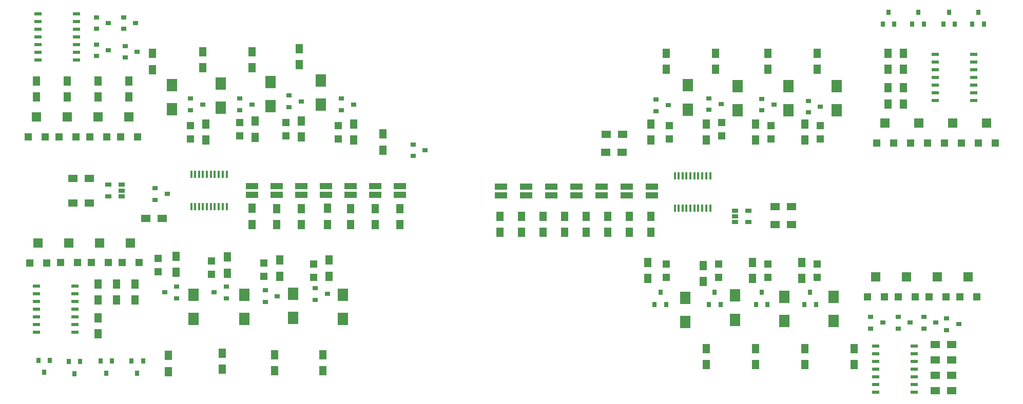
<source format=gbr>
G04 #@! TF.FileFunction,Paste,Top*
%FSLAX46Y46*%
G04 Gerber Fmt 4.6, Leading zero omitted, Abs format (unit mm)*
G04 Created by KiCad (PCBNEW 4.0.6-e0-6349~53~ubuntu16.04.1) date Mon Jul 24 21:10:43 2017*
%MOMM*%
%LPD*%
G01*
G04 APERTURE LIST*
%ADD10C,0.100000*%
%ADD11R,0.900000X0.800000*%
%ADD12R,1.200000X1.200000*%
%ADD13R,1.600000X1.500000*%
%ADD14R,1.300000X1.500000*%
%ADD15R,1.143000X0.508000*%
%ADD16R,2.000000X1.000000*%
%ADD17R,0.800000X0.900000*%
%ADD18R,1.500000X1.300000*%
%ADD19R,1.060000X0.650000*%
%ADD20R,0.406400X1.270000*%
%ADD21R,1.700000X2.000000*%
G04 APERTURE END LIST*
D10*
D11*
X182800000Y-74450000D03*
X182800000Y-76350000D03*
X184800000Y-75400000D03*
X117872000Y-105800000D03*
X117872000Y-107700000D03*
X119872000Y-106750000D03*
X214000000Y-110550000D03*
X214000000Y-112450000D03*
X216000000Y-111500000D03*
X86250000Y-61050000D03*
X86250000Y-62950000D03*
X88250000Y-62000000D03*
D12*
X70482000Y-80794000D03*
D13*
X71882000Y-77544000D03*
D12*
X73282000Y-80794000D03*
D14*
X87122000Y-74248000D03*
X87122000Y-71548000D03*
D12*
X80642000Y-80794000D03*
D13*
X82042000Y-77544000D03*
D12*
X83442000Y-80794000D03*
D14*
X71882000Y-74248000D03*
X71882000Y-71548000D03*
D12*
X85722000Y-80794000D03*
D13*
X87122000Y-77544000D03*
D12*
X88522000Y-80794000D03*
D14*
X76962000Y-74248000D03*
X76962000Y-71548000D03*
X82042000Y-74248000D03*
X82042000Y-71548000D03*
D12*
X75562000Y-80794000D03*
D13*
X76962000Y-77544000D03*
D12*
X78362000Y-80794000D03*
D11*
X81750000Y-61050000D03*
X81750000Y-62950000D03*
X83750000Y-62000000D03*
D15*
X72136000Y-60452000D03*
X72136000Y-61722000D03*
X72136000Y-62992000D03*
X72136000Y-64262000D03*
X72136000Y-65532000D03*
X72136000Y-66802000D03*
X72136000Y-68072000D03*
X78486000Y-68072000D03*
X78486000Y-66802000D03*
X78486000Y-64262000D03*
X78486000Y-62992000D03*
X78486000Y-61722000D03*
X78486000Y-60452000D03*
X78486000Y-65532000D03*
D11*
X81750000Y-65550000D03*
X81750000Y-67450000D03*
X83750000Y-66500000D03*
X86500000Y-65800000D03*
X86500000Y-67700000D03*
X88500000Y-66750000D03*
D14*
X115570000Y-80852000D03*
X115570000Y-78152000D03*
D12*
X113030000Y-80622000D03*
X113030000Y-78422000D03*
D11*
X113554000Y-73980000D03*
X113554000Y-75880000D03*
X115554000Y-74930000D03*
D14*
X99822000Y-81360000D03*
X99822000Y-78660000D03*
D11*
X97298000Y-74488000D03*
X97298000Y-76388000D03*
X99298000Y-75438000D03*
D12*
X97282000Y-81110000D03*
X97282000Y-78910000D03*
D11*
X122190000Y-74488000D03*
X122190000Y-76388000D03*
X124190000Y-75438000D03*
D14*
X124206000Y-81360000D03*
X124206000Y-78660000D03*
D12*
X121666000Y-81110000D03*
X121666000Y-78910000D03*
X105410000Y-80622000D03*
X105410000Y-78422000D03*
D14*
X107950000Y-80872000D03*
X107950000Y-78172000D03*
D11*
X105426000Y-74488000D03*
X105426000Y-76388000D03*
X107426000Y-75438000D03*
D12*
X91948000Y-100881000D03*
X91948000Y-103081000D03*
X100711000Y-101262000D03*
X100711000Y-103462000D03*
X109347000Y-101643000D03*
X109347000Y-103843000D03*
X117602000Y-101770000D03*
X117602000Y-103970000D03*
X176276000Y-81110000D03*
X176276000Y-78910000D03*
X184912000Y-80602000D03*
X184912000Y-78402000D03*
X193040000Y-81110000D03*
X193040000Y-78910000D03*
X201168000Y-81110000D03*
X201168000Y-78910000D03*
X175768000Y-101770000D03*
X175768000Y-103970000D03*
X184404000Y-101770000D03*
X184404000Y-103970000D03*
X192532000Y-101770000D03*
X192532000Y-103970000D03*
X200660000Y-101770000D03*
X200660000Y-103970000D03*
D16*
X131826000Y-88962000D03*
X131826000Y-90362000D03*
X127762000Y-88962000D03*
X127762000Y-90362000D03*
X123698000Y-88962000D03*
X123698000Y-90362000D03*
X119634000Y-88962000D03*
X119634000Y-90362000D03*
X115570000Y-88962000D03*
X115570000Y-90362000D03*
X111506000Y-88962000D03*
X111506000Y-90362000D03*
X107442000Y-88962000D03*
X107442000Y-90362000D03*
X173354996Y-89024000D03*
X173354996Y-90424000D03*
X169206330Y-89024000D03*
X169206330Y-90424000D03*
X165057664Y-89024000D03*
X165057664Y-90424000D03*
X160908998Y-89024000D03*
X160908998Y-90424000D03*
X156760332Y-89024000D03*
X156760332Y-90424000D03*
X152611666Y-89024000D03*
X152611666Y-90424000D03*
X148463000Y-89024000D03*
X148463000Y-90424000D03*
D11*
X91440000Y-89286000D03*
X91440000Y-91186000D03*
X93440000Y-90236000D03*
X95000000Y-107450000D03*
X95000000Y-105550000D03*
X93000000Y-106500000D03*
X103200000Y-107450000D03*
X103200000Y-105550000D03*
X101200000Y-106500000D03*
D17*
X74100000Y-117700000D03*
X72200000Y-117700000D03*
X73150000Y-119700000D03*
X79100000Y-117900000D03*
X77200000Y-117900000D03*
X78150000Y-119900000D03*
D11*
X109600000Y-106150000D03*
X109600000Y-108050000D03*
X111600000Y-107100000D03*
D17*
X84350000Y-117800000D03*
X82450000Y-117800000D03*
X83400000Y-119800000D03*
X89450000Y-117800000D03*
X87550000Y-117800000D03*
X88500000Y-119800000D03*
D11*
X174100000Y-74650000D03*
X174100000Y-76550000D03*
X176100000Y-75600000D03*
D17*
X211450000Y-62200000D03*
X213350000Y-62200000D03*
X212400000Y-60200000D03*
X216350000Y-62200000D03*
X218250000Y-62200000D03*
X217300000Y-60200000D03*
D11*
X191500000Y-74550000D03*
X191500000Y-76450000D03*
X193500000Y-75500000D03*
X199200000Y-74850000D03*
X199200000Y-76750000D03*
X201200000Y-75800000D03*
X134000000Y-82050000D03*
X134000000Y-83950000D03*
X136000000Y-83000000D03*
D17*
X221450000Y-62200000D03*
X223350000Y-62200000D03*
X222400000Y-60200000D03*
X226250000Y-62200000D03*
X228150000Y-62200000D03*
X227200000Y-60200000D03*
D14*
X131826000Y-95330000D03*
X131826000Y-92630000D03*
X127762000Y-95330000D03*
X127762000Y-92630000D03*
X123698000Y-95330000D03*
X123698000Y-92630000D03*
X119888000Y-95250000D03*
X119888000Y-92550000D03*
X115570000Y-95330000D03*
X115570000Y-92630000D03*
X111506000Y-95330000D03*
X111506000Y-92630000D03*
X107442000Y-95250000D03*
X107442000Y-92550000D03*
D18*
X89916000Y-94234000D03*
X92616000Y-94234000D03*
D14*
X91000000Y-69700000D03*
X91000000Y-67000000D03*
X99314000Y-69422000D03*
X99314000Y-66722000D03*
X107442000Y-69422000D03*
X107442000Y-66722000D03*
X115250000Y-68914000D03*
X115250000Y-66214000D03*
X94869000Y-103204000D03*
X94869000Y-100504000D03*
X103378000Y-103331000D03*
X103378000Y-100631000D03*
X93599000Y-116887000D03*
X93599000Y-119587000D03*
X102489000Y-116506000D03*
X102489000Y-119206000D03*
X82042000Y-105076000D03*
X82042000Y-107776000D03*
X85090000Y-105076000D03*
X85090000Y-107776000D03*
X112014000Y-103839000D03*
X112014000Y-101139000D03*
X120142000Y-103839000D03*
X120142000Y-101139000D03*
X111125000Y-116760000D03*
X111125000Y-119460000D03*
X119126000Y-116760000D03*
X119126000Y-119460000D03*
X82042000Y-113364000D03*
X82042000Y-110664000D03*
X88138000Y-105076000D03*
X88138000Y-107776000D03*
X173228000Y-96600000D03*
X173228000Y-93900000D03*
X169672000Y-96600000D03*
X169672000Y-93900000D03*
X166116000Y-96600000D03*
X166116000Y-93900000D03*
X162560000Y-96600000D03*
X162560000Y-93900000D03*
X159004000Y-96600000D03*
X159004000Y-93900000D03*
X155448000Y-96600000D03*
X155448000Y-93900000D03*
X151892000Y-96600000D03*
X151892000Y-93900000D03*
X148336000Y-93900000D03*
X148336000Y-96600000D03*
X173228000Y-78660000D03*
X173228000Y-81360000D03*
X182372000Y-78660000D03*
X182372000Y-81360000D03*
X175768000Y-69676000D03*
X175768000Y-66976000D03*
X183896000Y-69676000D03*
X183896000Y-66976000D03*
X212344000Y-75391000D03*
X212344000Y-72691000D03*
X214884000Y-66976000D03*
X214884000Y-69676000D03*
X190500000Y-78660000D03*
X190500000Y-81360000D03*
X198628000Y-78660000D03*
X198628000Y-81360000D03*
X192532000Y-69676000D03*
X192532000Y-66976000D03*
X200660000Y-69676000D03*
X200660000Y-66976000D03*
X212344000Y-66976000D03*
X212344000Y-69676000D03*
X214884000Y-75391000D03*
X214884000Y-72691000D03*
X172720000Y-104220000D03*
X172720000Y-101520000D03*
X181864000Y-104728000D03*
X181864000Y-102028000D03*
X182372000Y-115744000D03*
X182372000Y-118444000D03*
X190500000Y-115744000D03*
X190500000Y-118444000D03*
D18*
X220138000Y-120142000D03*
X222838000Y-120142000D03*
X220138000Y-115062000D03*
X222838000Y-115062000D03*
D14*
X189992000Y-104220000D03*
X189992000Y-101520000D03*
X198120000Y-104220000D03*
X198120000Y-101520000D03*
X198628000Y-115744000D03*
X198628000Y-118444000D03*
X206756000Y-115744000D03*
X206756000Y-118444000D03*
D18*
X220138000Y-117602000D03*
X222838000Y-117602000D03*
X220138000Y-122682000D03*
X222838000Y-122682000D03*
D14*
X129000000Y-83000000D03*
X129000000Y-80300000D03*
D18*
X165862000Y-80391000D03*
X168562000Y-80391000D03*
X165782000Y-83312000D03*
X168482000Y-83312000D03*
D12*
X70736000Y-101622000D03*
D13*
X72136000Y-98372000D03*
D12*
X73536000Y-101622000D03*
X75850000Y-101585000D03*
D13*
X77250000Y-98335000D03*
D12*
X78650000Y-101585000D03*
X80896000Y-101585000D03*
D13*
X82296000Y-98335000D03*
D12*
X83696000Y-101585000D03*
X85976000Y-101575000D03*
D13*
X87376000Y-98325000D03*
D12*
X88776000Y-101575000D03*
X210436000Y-81810000D03*
D13*
X211836000Y-78560000D03*
D12*
X213236000Y-81810000D03*
X216024000Y-81810000D03*
D13*
X217424000Y-78560000D03*
D12*
X218824000Y-81810000D03*
X221612000Y-81810000D03*
D13*
X223012000Y-78560000D03*
D12*
X224412000Y-81810000D03*
X227200000Y-81810000D03*
D13*
X228600000Y-78560000D03*
D12*
X230000000Y-81810000D03*
X208912000Y-107210000D03*
D13*
X210312000Y-103960000D03*
D12*
X211712000Y-107210000D03*
X213992000Y-107210000D03*
D13*
X215392000Y-103960000D03*
D12*
X216792000Y-107210000D03*
X219072000Y-107210000D03*
D13*
X220472000Y-103960000D03*
D12*
X221872000Y-107210000D03*
X224152000Y-107210000D03*
D13*
X225552000Y-103960000D03*
D12*
X226952000Y-107210000D03*
D19*
X85936000Y-90612000D03*
X85936000Y-89662000D03*
X85936000Y-88712000D03*
X83736000Y-88712000D03*
X83736000Y-90612000D03*
X187094524Y-92966000D03*
X187094524Y-93916000D03*
X187094524Y-94866000D03*
X189294524Y-94866000D03*
X189294524Y-92966000D03*
D20*
X103251000Y-86995000D03*
X102616000Y-86995000D03*
X101955600Y-86995000D03*
X101295200Y-86995000D03*
X100660200Y-86995000D03*
X99999800Y-86995000D03*
X99339400Y-86995000D03*
X98704400Y-86995000D03*
X98044000Y-86995000D03*
X97409000Y-86995000D03*
X97409000Y-92329000D03*
X98044000Y-92329000D03*
X98704400Y-92329000D03*
X99339400Y-92329000D03*
X99999800Y-92329000D03*
X100660200Y-92329000D03*
X101295200Y-92329000D03*
X101955600Y-92329000D03*
X102616000Y-92329000D03*
X103251000Y-92329000D03*
X183007000Y-87249000D03*
X182372000Y-87249000D03*
X181711600Y-87249000D03*
X181051200Y-87249000D03*
X180416200Y-87249000D03*
X179755800Y-87249000D03*
X179095400Y-87249000D03*
X178460400Y-87249000D03*
X177800000Y-87249000D03*
X177165000Y-87249000D03*
X177165000Y-92583000D03*
X177800000Y-92583000D03*
X178460400Y-92583000D03*
X179095400Y-92583000D03*
X179755800Y-92583000D03*
X180416200Y-92583000D03*
X181051200Y-92583000D03*
X181711600Y-92583000D03*
X182372000Y-92583000D03*
X183007000Y-92583000D03*
D15*
X71882000Y-105410000D03*
X71882000Y-106680000D03*
X71882000Y-107950000D03*
X71882000Y-109220000D03*
X71882000Y-110490000D03*
X71882000Y-111760000D03*
X71882000Y-113030000D03*
X78232000Y-113030000D03*
X78232000Y-111760000D03*
X78232000Y-109220000D03*
X78232000Y-107950000D03*
X78232000Y-106680000D03*
X78232000Y-105410000D03*
X78232000Y-110490000D03*
X220091000Y-67183000D03*
X220091000Y-68453000D03*
X220091000Y-69723000D03*
X220091000Y-70993000D03*
X220091000Y-72263000D03*
X220091000Y-73533000D03*
X220091000Y-74803000D03*
X226441000Y-74803000D03*
X226441000Y-73533000D03*
X226441000Y-70993000D03*
X226441000Y-69723000D03*
X226441000Y-68453000D03*
X226441000Y-67183000D03*
X226441000Y-72263000D03*
X216662000Y-122936000D03*
X216662000Y-121666000D03*
X216662000Y-120396000D03*
X216662000Y-119126000D03*
X216662000Y-117856000D03*
X216662000Y-116586000D03*
X216662000Y-115316000D03*
X210312000Y-115316000D03*
X210312000Y-116586000D03*
X210312000Y-119126000D03*
X210312000Y-120396000D03*
X210312000Y-121666000D03*
X210312000Y-122936000D03*
X210312000Y-117856000D03*
D18*
X80598000Y-87630000D03*
X77898000Y-87630000D03*
X193722000Y-95250000D03*
X196422000Y-95250000D03*
X80598000Y-91694000D03*
X77898000Y-91694000D03*
X193722000Y-92329000D03*
X196422000Y-92329000D03*
D17*
X173850000Y-108500000D03*
X175750000Y-108500000D03*
X174800000Y-106500000D03*
X182800000Y-108500000D03*
X184700000Y-108500000D03*
X183750000Y-106500000D03*
D11*
X209500000Y-110550000D03*
X209500000Y-112450000D03*
X211500000Y-111500000D03*
D17*
X190550000Y-108500000D03*
X192450000Y-108500000D03*
X191500000Y-106500000D03*
X198550000Y-108500000D03*
X200450000Y-108500000D03*
X199500000Y-106500000D03*
D11*
X218250000Y-110550000D03*
X218250000Y-112450000D03*
X220250000Y-111500000D03*
X222000000Y-110800000D03*
X222000000Y-112700000D03*
X224000000Y-111750000D03*
D21*
X94250000Y-72250000D03*
X94250000Y-76250000D03*
X102250000Y-72000000D03*
X102250000Y-76000000D03*
X110500000Y-71750000D03*
X110500000Y-75750000D03*
X118750000Y-71500000D03*
X118750000Y-75500000D03*
X97800000Y-110900000D03*
X97800000Y-106900000D03*
X106200000Y-110900000D03*
X106200000Y-106900000D03*
X114200000Y-110700000D03*
X114200000Y-106700000D03*
X122400000Y-110900000D03*
X122400000Y-106900000D03*
X179300000Y-72300000D03*
X179300000Y-76300000D03*
X187500000Y-72400000D03*
X187500000Y-76400000D03*
X195900000Y-72400000D03*
X195900000Y-76400000D03*
X203900000Y-72400000D03*
X203900000Y-76400000D03*
X178900000Y-111400000D03*
X178900000Y-107400000D03*
X187100000Y-111000000D03*
X187100000Y-107000000D03*
X195200000Y-111200000D03*
X195200000Y-107200000D03*
X203400000Y-111200000D03*
X203400000Y-107200000D03*
M02*

</source>
